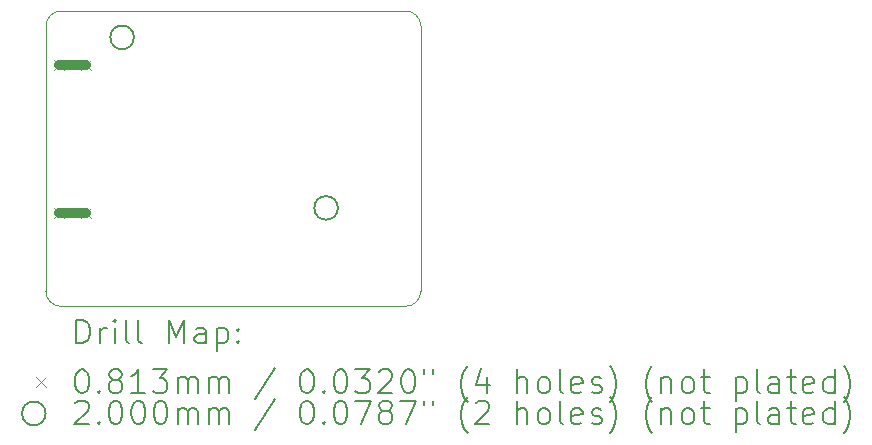
<source format=gbr>
%TF.GenerationSoftware,KiCad,Pcbnew,8.0.0*%
%TF.CreationDate,2024-03-08T14:11:51-06:00*%
%TF.ProjectId,led_dog_collar,6c65645f-646f-4675-9f63-6f6c6c61722e,rev?*%
%TF.SameCoordinates,Original*%
%TF.FileFunction,Drillmap*%
%TF.FilePolarity,Positive*%
%FSLAX45Y45*%
G04 Gerber Fmt 4.5, Leading zero omitted, Abs format (unit mm)*
G04 Created by KiCad (PCBNEW 8.0.0) date 2024-03-08 14:11:51*
%MOMM*%
%LPD*%
G01*
G04 APERTURE LIST*
%ADD10C,0.050000*%
%ADD11C,0.812800*%
%ADD12C,0.200000*%
%ADD13C,0.100000*%
G04 APERTURE END LIST*
D10*
X20828423Y-5046000D02*
X17908330Y-5046423D01*
X20954972Y-7419423D02*
X20955423Y-5172362D01*
X17908577Y-7545972D02*
X20828610Y-7546423D01*
X17781969Y-5173423D02*
X17781577Y-7419610D01*
X17781969Y-5173423D02*
G75*
G02*
X17908330Y-5046423I127002J0D01*
G01*
X17908577Y-7545972D02*
G75*
G02*
X17781577Y-7419610I0J127002D01*
G01*
X20954972Y-7419423D02*
G75*
G02*
X20828610Y-7546423I-127002J0D01*
G01*
X20828423Y-5046000D02*
G75*
G02*
X20955423Y-5172362I0J-127002D01*
G01*
D11*
X17894300Y-5503860D02*
X18122900Y-5503860D01*
X17894300Y-6753860D02*
X18122900Y-6753860D01*
D12*
D13*
X17853660Y-5463220D02*
X17934940Y-5544500D01*
X17934940Y-5463220D02*
X17853660Y-5544500D01*
X17853660Y-6713220D02*
X17934940Y-6794500D01*
X17934940Y-6713220D02*
X17853660Y-6794500D01*
X18082260Y-5463220D02*
X18163540Y-5544500D01*
X18163540Y-5463220D02*
X18082260Y-5544500D01*
X18082260Y-6713220D02*
X18163540Y-6794500D01*
X18163540Y-6713220D02*
X18082260Y-6794500D01*
D12*
X18527000Y-5269000D02*
G75*
G02*
X18327000Y-5269000I-100000J0D01*
G01*
X18327000Y-5269000D02*
G75*
G02*
X18527000Y-5269000I100000J0D01*
G01*
X20254000Y-6713000D02*
G75*
G02*
X20054000Y-6713000I-100000J0D01*
G01*
X20054000Y-6713000D02*
G75*
G02*
X20254000Y-6713000I100000J0D01*
G01*
X18039854Y-7860407D02*
X18039854Y-7660407D01*
X18039854Y-7660407D02*
X18087473Y-7660407D01*
X18087473Y-7660407D02*
X18116044Y-7669930D01*
X18116044Y-7669930D02*
X18135092Y-7688978D01*
X18135092Y-7688978D02*
X18144616Y-7708026D01*
X18144616Y-7708026D02*
X18154140Y-7746121D01*
X18154140Y-7746121D02*
X18154140Y-7774692D01*
X18154140Y-7774692D02*
X18144616Y-7812788D01*
X18144616Y-7812788D02*
X18135092Y-7831835D01*
X18135092Y-7831835D02*
X18116044Y-7850883D01*
X18116044Y-7850883D02*
X18087473Y-7860407D01*
X18087473Y-7860407D02*
X18039854Y-7860407D01*
X18239854Y-7860407D02*
X18239854Y-7727073D01*
X18239854Y-7765169D02*
X18249378Y-7746121D01*
X18249378Y-7746121D02*
X18258902Y-7736597D01*
X18258902Y-7736597D02*
X18277949Y-7727073D01*
X18277949Y-7727073D02*
X18296997Y-7727073D01*
X18363663Y-7860407D02*
X18363663Y-7727073D01*
X18363663Y-7660407D02*
X18354140Y-7669930D01*
X18354140Y-7669930D02*
X18363663Y-7679454D01*
X18363663Y-7679454D02*
X18373187Y-7669930D01*
X18373187Y-7669930D02*
X18363663Y-7660407D01*
X18363663Y-7660407D02*
X18363663Y-7679454D01*
X18487473Y-7860407D02*
X18468425Y-7850883D01*
X18468425Y-7850883D02*
X18458902Y-7831835D01*
X18458902Y-7831835D02*
X18458902Y-7660407D01*
X18592235Y-7860407D02*
X18573187Y-7850883D01*
X18573187Y-7850883D02*
X18563663Y-7831835D01*
X18563663Y-7831835D02*
X18563663Y-7660407D01*
X18820806Y-7860407D02*
X18820806Y-7660407D01*
X18820806Y-7660407D02*
X18887473Y-7803264D01*
X18887473Y-7803264D02*
X18954140Y-7660407D01*
X18954140Y-7660407D02*
X18954140Y-7860407D01*
X19135092Y-7860407D02*
X19135092Y-7755645D01*
X19135092Y-7755645D02*
X19125568Y-7736597D01*
X19125568Y-7736597D02*
X19106521Y-7727073D01*
X19106521Y-7727073D02*
X19068425Y-7727073D01*
X19068425Y-7727073D02*
X19049378Y-7736597D01*
X19135092Y-7850883D02*
X19116044Y-7860407D01*
X19116044Y-7860407D02*
X19068425Y-7860407D01*
X19068425Y-7860407D02*
X19049378Y-7850883D01*
X19049378Y-7850883D02*
X19039854Y-7831835D01*
X19039854Y-7831835D02*
X19039854Y-7812788D01*
X19039854Y-7812788D02*
X19049378Y-7793740D01*
X19049378Y-7793740D02*
X19068425Y-7784216D01*
X19068425Y-7784216D02*
X19116044Y-7784216D01*
X19116044Y-7784216D02*
X19135092Y-7774692D01*
X19230330Y-7727073D02*
X19230330Y-7927073D01*
X19230330Y-7736597D02*
X19249378Y-7727073D01*
X19249378Y-7727073D02*
X19287473Y-7727073D01*
X19287473Y-7727073D02*
X19306521Y-7736597D01*
X19306521Y-7736597D02*
X19316044Y-7746121D01*
X19316044Y-7746121D02*
X19325568Y-7765169D01*
X19325568Y-7765169D02*
X19325568Y-7822311D01*
X19325568Y-7822311D02*
X19316044Y-7841359D01*
X19316044Y-7841359D02*
X19306521Y-7850883D01*
X19306521Y-7850883D02*
X19287473Y-7860407D01*
X19287473Y-7860407D02*
X19249378Y-7860407D01*
X19249378Y-7860407D02*
X19230330Y-7850883D01*
X19411283Y-7841359D02*
X19420806Y-7850883D01*
X19420806Y-7850883D02*
X19411283Y-7860407D01*
X19411283Y-7860407D02*
X19401759Y-7850883D01*
X19401759Y-7850883D02*
X19411283Y-7841359D01*
X19411283Y-7841359D02*
X19411283Y-7860407D01*
X19411283Y-7736597D02*
X19420806Y-7746121D01*
X19420806Y-7746121D02*
X19411283Y-7755645D01*
X19411283Y-7755645D02*
X19401759Y-7746121D01*
X19401759Y-7746121D02*
X19411283Y-7736597D01*
X19411283Y-7736597D02*
X19411283Y-7755645D01*
D13*
X17697797Y-8148283D02*
X17779077Y-8229563D01*
X17779077Y-8148283D02*
X17697797Y-8229563D01*
D12*
X18077949Y-8080407D02*
X18096997Y-8080407D01*
X18096997Y-8080407D02*
X18116044Y-8089930D01*
X18116044Y-8089930D02*
X18125568Y-8099454D01*
X18125568Y-8099454D02*
X18135092Y-8118502D01*
X18135092Y-8118502D02*
X18144616Y-8156597D01*
X18144616Y-8156597D02*
X18144616Y-8204216D01*
X18144616Y-8204216D02*
X18135092Y-8242311D01*
X18135092Y-8242311D02*
X18125568Y-8261359D01*
X18125568Y-8261359D02*
X18116044Y-8270883D01*
X18116044Y-8270883D02*
X18096997Y-8280407D01*
X18096997Y-8280407D02*
X18077949Y-8280407D01*
X18077949Y-8280407D02*
X18058902Y-8270883D01*
X18058902Y-8270883D02*
X18049378Y-8261359D01*
X18049378Y-8261359D02*
X18039854Y-8242311D01*
X18039854Y-8242311D02*
X18030330Y-8204216D01*
X18030330Y-8204216D02*
X18030330Y-8156597D01*
X18030330Y-8156597D02*
X18039854Y-8118502D01*
X18039854Y-8118502D02*
X18049378Y-8099454D01*
X18049378Y-8099454D02*
X18058902Y-8089930D01*
X18058902Y-8089930D02*
X18077949Y-8080407D01*
X18230330Y-8261359D02*
X18239854Y-8270883D01*
X18239854Y-8270883D02*
X18230330Y-8280407D01*
X18230330Y-8280407D02*
X18220806Y-8270883D01*
X18220806Y-8270883D02*
X18230330Y-8261359D01*
X18230330Y-8261359D02*
X18230330Y-8280407D01*
X18354140Y-8166121D02*
X18335092Y-8156597D01*
X18335092Y-8156597D02*
X18325568Y-8147073D01*
X18325568Y-8147073D02*
X18316044Y-8128026D01*
X18316044Y-8128026D02*
X18316044Y-8118502D01*
X18316044Y-8118502D02*
X18325568Y-8099454D01*
X18325568Y-8099454D02*
X18335092Y-8089930D01*
X18335092Y-8089930D02*
X18354140Y-8080407D01*
X18354140Y-8080407D02*
X18392235Y-8080407D01*
X18392235Y-8080407D02*
X18411283Y-8089930D01*
X18411283Y-8089930D02*
X18420806Y-8099454D01*
X18420806Y-8099454D02*
X18430330Y-8118502D01*
X18430330Y-8118502D02*
X18430330Y-8128026D01*
X18430330Y-8128026D02*
X18420806Y-8147073D01*
X18420806Y-8147073D02*
X18411283Y-8156597D01*
X18411283Y-8156597D02*
X18392235Y-8166121D01*
X18392235Y-8166121D02*
X18354140Y-8166121D01*
X18354140Y-8166121D02*
X18335092Y-8175645D01*
X18335092Y-8175645D02*
X18325568Y-8185169D01*
X18325568Y-8185169D02*
X18316044Y-8204216D01*
X18316044Y-8204216D02*
X18316044Y-8242311D01*
X18316044Y-8242311D02*
X18325568Y-8261359D01*
X18325568Y-8261359D02*
X18335092Y-8270883D01*
X18335092Y-8270883D02*
X18354140Y-8280407D01*
X18354140Y-8280407D02*
X18392235Y-8280407D01*
X18392235Y-8280407D02*
X18411283Y-8270883D01*
X18411283Y-8270883D02*
X18420806Y-8261359D01*
X18420806Y-8261359D02*
X18430330Y-8242311D01*
X18430330Y-8242311D02*
X18430330Y-8204216D01*
X18430330Y-8204216D02*
X18420806Y-8185169D01*
X18420806Y-8185169D02*
X18411283Y-8175645D01*
X18411283Y-8175645D02*
X18392235Y-8166121D01*
X18620806Y-8280407D02*
X18506521Y-8280407D01*
X18563663Y-8280407D02*
X18563663Y-8080407D01*
X18563663Y-8080407D02*
X18544616Y-8108978D01*
X18544616Y-8108978D02*
X18525568Y-8128026D01*
X18525568Y-8128026D02*
X18506521Y-8137549D01*
X18687473Y-8080407D02*
X18811283Y-8080407D01*
X18811283Y-8080407D02*
X18744616Y-8156597D01*
X18744616Y-8156597D02*
X18773187Y-8156597D01*
X18773187Y-8156597D02*
X18792235Y-8166121D01*
X18792235Y-8166121D02*
X18801759Y-8175645D01*
X18801759Y-8175645D02*
X18811283Y-8194692D01*
X18811283Y-8194692D02*
X18811283Y-8242311D01*
X18811283Y-8242311D02*
X18801759Y-8261359D01*
X18801759Y-8261359D02*
X18792235Y-8270883D01*
X18792235Y-8270883D02*
X18773187Y-8280407D01*
X18773187Y-8280407D02*
X18716044Y-8280407D01*
X18716044Y-8280407D02*
X18696997Y-8270883D01*
X18696997Y-8270883D02*
X18687473Y-8261359D01*
X18896997Y-8280407D02*
X18896997Y-8147073D01*
X18896997Y-8166121D02*
X18906521Y-8156597D01*
X18906521Y-8156597D02*
X18925568Y-8147073D01*
X18925568Y-8147073D02*
X18954140Y-8147073D01*
X18954140Y-8147073D02*
X18973187Y-8156597D01*
X18973187Y-8156597D02*
X18982711Y-8175645D01*
X18982711Y-8175645D02*
X18982711Y-8280407D01*
X18982711Y-8175645D02*
X18992235Y-8156597D01*
X18992235Y-8156597D02*
X19011283Y-8147073D01*
X19011283Y-8147073D02*
X19039854Y-8147073D01*
X19039854Y-8147073D02*
X19058902Y-8156597D01*
X19058902Y-8156597D02*
X19068425Y-8175645D01*
X19068425Y-8175645D02*
X19068425Y-8280407D01*
X19163664Y-8280407D02*
X19163664Y-8147073D01*
X19163664Y-8166121D02*
X19173187Y-8156597D01*
X19173187Y-8156597D02*
X19192235Y-8147073D01*
X19192235Y-8147073D02*
X19220806Y-8147073D01*
X19220806Y-8147073D02*
X19239854Y-8156597D01*
X19239854Y-8156597D02*
X19249378Y-8175645D01*
X19249378Y-8175645D02*
X19249378Y-8280407D01*
X19249378Y-8175645D02*
X19258902Y-8156597D01*
X19258902Y-8156597D02*
X19277949Y-8147073D01*
X19277949Y-8147073D02*
X19306521Y-8147073D01*
X19306521Y-8147073D02*
X19325568Y-8156597D01*
X19325568Y-8156597D02*
X19335092Y-8175645D01*
X19335092Y-8175645D02*
X19335092Y-8280407D01*
X19725568Y-8070883D02*
X19554140Y-8328026D01*
X19982711Y-8080407D02*
X20001759Y-8080407D01*
X20001759Y-8080407D02*
X20020807Y-8089930D01*
X20020807Y-8089930D02*
X20030330Y-8099454D01*
X20030330Y-8099454D02*
X20039854Y-8118502D01*
X20039854Y-8118502D02*
X20049378Y-8156597D01*
X20049378Y-8156597D02*
X20049378Y-8204216D01*
X20049378Y-8204216D02*
X20039854Y-8242311D01*
X20039854Y-8242311D02*
X20030330Y-8261359D01*
X20030330Y-8261359D02*
X20020807Y-8270883D01*
X20020807Y-8270883D02*
X20001759Y-8280407D01*
X20001759Y-8280407D02*
X19982711Y-8280407D01*
X19982711Y-8280407D02*
X19963664Y-8270883D01*
X19963664Y-8270883D02*
X19954140Y-8261359D01*
X19954140Y-8261359D02*
X19944616Y-8242311D01*
X19944616Y-8242311D02*
X19935092Y-8204216D01*
X19935092Y-8204216D02*
X19935092Y-8156597D01*
X19935092Y-8156597D02*
X19944616Y-8118502D01*
X19944616Y-8118502D02*
X19954140Y-8099454D01*
X19954140Y-8099454D02*
X19963664Y-8089930D01*
X19963664Y-8089930D02*
X19982711Y-8080407D01*
X20135092Y-8261359D02*
X20144616Y-8270883D01*
X20144616Y-8270883D02*
X20135092Y-8280407D01*
X20135092Y-8280407D02*
X20125568Y-8270883D01*
X20125568Y-8270883D02*
X20135092Y-8261359D01*
X20135092Y-8261359D02*
X20135092Y-8280407D01*
X20268426Y-8080407D02*
X20287473Y-8080407D01*
X20287473Y-8080407D02*
X20306521Y-8089930D01*
X20306521Y-8089930D02*
X20316045Y-8099454D01*
X20316045Y-8099454D02*
X20325568Y-8118502D01*
X20325568Y-8118502D02*
X20335092Y-8156597D01*
X20335092Y-8156597D02*
X20335092Y-8204216D01*
X20335092Y-8204216D02*
X20325568Y-8242311D01*
X20325568Y-8242311D02*
X20316045Y-8261359D01*
X20316045Y-8261359D02*
X20306521Y-8270883D01*
X20306521Y-8270883D02*
X20287473Y-8280407D01*
X20287473Y-8280407D02*
X20268426Y-8280407D01*
X20268426Y-8280407D02*
X20249378Y-8270883D01*
X20249378Y-8270883D02*
X20239854Y-8261359D01*
X20239854Y-8261359D02*
X20230330Y-8242311D01*
X20230330Y-8242311D02*
X20220807Y-8204216D01*
X20220807Y-8204216D02*
X20220807Y-8156597D01*
X20220807Y-8156597D02*
X20230330Y-8118502D01*
X20230330Y-8118502D02*
X20239854Y-8099454D01*
X20239854Y-8099454D02*
X20249378Y-8089930D01*
X20249378Y-8089930D02*
X20268426Y-8080407D01*
X20401759Y-8080407D02*
X20525568Y-8080407D01*
X20525568Y-8080407D02*
X20458902Y-8156597D01*
X20458902Y-8156597D02*
X20487473Y-8156597D01*
X20487473Y-8156597D02*
X20506521Y-8166121D01*
X20506521Y-8166121D02*
X20516045Y-8175645D01*
X20516045Y-8175645D02*
X20525568Y-8194692D01*
X20525568Y-8194692D02*
X20525568Y-8242311D01*
X20525568Y-8242311D02*
X20516045Y-8261359D01*
X20516045Y-8261359D02*
X20506521Y-8270883D01*
X20506521Y-8270883D02*
X20487473Y-8280407D01*
X20487473Y-8280407D02*
X20430330Y-8280407D01*
X20430330Y-8280407D02*
X20411283Y-8270883D01*
X20411283Y-8270883D02*
X20401759Y-8261359D01*
X20601759Y-8099454D02*
X20611283Y-8089930D01*
X20611283Y-8089930D02*
X20630330Y-8080407D01*
X20630330Y-8080407D02*
X20677949Y-8080407D01*
X20677949Y-8080407D02*
X20696997Y-8089930D01*
X20696997Y-8089930D02*
X20706521Y-8099454D01*
X20706521Y-8099454D02*
X20716045Y-8118502D01*
X20716045Y-8118502D02*
X20716045Y-8137549D01*
X20716045Y-8137549D02*
X20706521Y-8166121D01*
X20706521Y-8166121D02*
X20592235Y-8280407D01*
X20592235Y-8280407D02*
X20716045Y-8280407D01*
X20839854Y-8080407D02*
X20858902Y-8080407D01*
X20858902Y-8080407D02*
X20877949Y-8089930D01*
X20877949Y-8089930D02*
X20887473Y-8099454D01*
X20887473Y-8099454D02*
X20896997Y-8118502D01*
X20896997Y-8118502D02*
X20906521Y-8156597D01*
X20906521Y-8156597D02*
X20906521Y-8204216D01*
X20906521Y-8204216D02*
X20896997Y-8242311D01*
X20896997Y-8242311D02*
X20887473Y-8261359D01*
X20887473Y-8261359D02*
X20877949Y-8270883D01*
X20877949Y-8270883D02*
X20858902Y-8280407D01*
X20858902Y-8280407D02*
X20839854Y-8280407D01*
X20839854Y-8280407D02*
X20820807Y-8270883D01*
X20820807Y-8270883D02*
X20811283Y-8261359D01*
X20811283Y-8261359D02*
X20801759Y-8242311D01*
X20801759Y-8242311D02*
X20792235Y-8204216D01*
X20792235Y-8204216D02*
X20792235Y-8156597D01*
X20792235Y-8156597D02*
X20801759Y-8118502D01*
X20801759Y-8118502D02*
X20811283Y-8099454D01*
X20811283Y-8099454D02*
X20820807Y-8089930D01*
X20820807Y-8089930D02*
X20839854Y-8080407D01*
X20982711Y-8080407D02*
X20982711Y-8118502D01*
X21058902Y-8080407D02*
X21058902Y-8118502D01*
X21354140Y-8356597D02*
X21344616Y-8347073D01*
X21344616Y-8347073D02*
X21325569Y-8318502D01*
X21325569Y-8318502D02*
X21316045Y-8299454D01*
X21316045Y-8299454D02*
X21306521Y-8270883D01*
X21306521Y-8270883D02*
X21296997Y-8223264D01*
X21296997Y-8223264D02*
X21296997Y-8185169D01*
X21296997Y-8185169D02*
X21306521Y-8137549D01*
X21306521Y-8137549D02*
X21316045Y-8108978D01*
X21316045Y-8108978D02*
X21325569Y-8089930D01*
X21325569Y-8089930D02*
X21344616Y-8061359D01*
X21344616Y-8061359D02*
X21354140Y-8051835D01*
X21516045Y-8147073D02*
X21516045Y-8280407D01*
X21468426Y-8070883D02*
X21420807Y-8213740D01*
X21420807Y-8213740D02*
X21544616Y-8213740D01*
X21773188Y-8280407D02*
X21773188Y-8080407D01*
X21858902Y-8280407D02*
X21858902Y-8175645D01*
X21858902Y-8175645D02*
X21849378Y-8156597D01*
X21849378Y-8156597D02*
X21830331Y-8147073D01*
X21830331Y-8147073D02*
X21801759Y-8147073D01*
X21801759Y-8147073D02*
X21782711Y-8156597D01*
X21782711Y-8156597D02*
X21773188Y-8166121D01*
X21982711Y-8280407D02*
X21963664Y-8270883D01*
X21963664Y-8270883D02*
X21954140Y-8261359D01*
X21954140Y-8261359D02*
X21944616Y-8242311D01*
X21944616Y-8242311D02*
X21944616Y-8185169D01*
X21944616Y-8185169D02*
X21954140Y-8166121D01*
X21954140Y-8166121D02*
X21963664Y-8156597D01*
X21963664Y-8156597D02*
X21982711Y-8147073D01*
X21982711Y-8147073D02*
X22011283Y-8147073D01*
X22011283Y-8147073D02*
X22030331Y-8156597D01*
X22030331Y-8156597D02*
X22039854Y-8166121D01*
X22039854Y-8166121D02*
X22049378Y-8185169D01*
X22049378Y-8185169D02*
X22049378Y-8242311D01*
X22049378Y-8242311D02*
X22039854Y-8261359D01*
X22039854Y-8261359D02*
X22030331Y-8270883D01*
X22030331Y-8270883D02*
X22011283Y-8280407D01*
X22011283Y-8280407D02*
X21982711Y-8280407D01*
X22163664Y-8280407D02*
X22144616Y-8270883D01*
X22144616Y-8270883D02*
X22135092Y-8251835D01*
X22135092Y-8251835D02*
X22135092Y-8080407D01*
X22316045Y-8270883D02*
X22296997Y-8280407D01*
X22296997Y-8280407D02*
X22258902Y-8280407D01*
X22258902Y-8280407D02*
X22239854Y-8270883D01*
X22239854Y-8270883D02*
X22230331Y-8251835D01*
X22230331Y-8251835D02*
X22230331Y-8175645D01*
X22230331Y-8175645D02*
X22239854Y-8156597D01*
X22239854Y-8156597D02*
X22258902Y-8147073D01*
X22258902Y-8147073D02*
X22296997Y-8147073D01*
X22296997Y-8147073D02*
X22316045Y-8156597D01*
X22316045Y-8156597D02*
X22325569Y-8175645D01*
X22325569Y-8175645D02*
X22325569Y-8194692D01*
X22325569Y-8194692D02*
X22230331Y-8213740D01*
X22401759Y-8270883D02*
X22420807Y-8280407D01*
X22420807Y-8280407D02*
X22458902Y-8280407D01*
X22458902Y-8280407D02*
X22477950Y-8270883D01*
X22477950Y-8270883D02*
X22487473Y-8251835D01*
X22487473Y-8251835D02*
X22487473Y-8242311D01*
X22487473Y-8242311D02*
X22477950Y-8223264D01*
X22477950Y-8223264D02*
X22458902Y-8213740D01*
X22458902Y-8213740D02*
X22430330Y-8213740D01*
X22430330Y-8213740D02*
X22411283Y-8204216D01*
X22411283Y-8204216D02*
X22401759Y-8185169D01*
X22401759Y-8185169D02*
X22401759Y-8175645D01*
X22401759Y-8175645D02*
X22411283Y-8156597D01*
X22411283Y-8156597D02*
X22430330Y-8147073D01*
X22430330Y-8147073D02*
X22458902Y-8147073D01*
X22458902Y-8147073D02*
X22477950Y-8156597D01*
X22554140Y-8356597D02*
X22563664Y-8347073D01*
X22563664Y-8347073D02*
X22582711Y-8318502D01*
X22582711Y-8318502D02*
X22592235Y-8299454D01*
X22592235Y-8299454D02*
X22601759Y-8270883D01*
X22601759Y-8270883D02*
X22611283Y-8223264D01*
X22611283Y-8223264D02*
X22611283Y-8185169D01*
X22611283Y-8185169D02*
X22601759Y-8137549D01*
X22601759Y-8137549D02*
X22592235Y-8108978D01*
X22592235Y-8108978D02*
X22582711Y-8089930D01*
X22582711Y-8089930D02*
X22563664Y-8061359D01*
X22563664Y-8061359D02*
X22554140Y-8051835D01*
X22916045Y-8356597D02*
X22906521Y-8347073D01*
X22906521Y-8347073D02*
X22887473Y-8318502D01*
X22887473Y-8318502D02*
X22877950Y-8299454D01*
X22877950Y-8299454D02*
X22868426Y-8270883D01*
X22868426Y-8270883D02*
X22858902Y-8223264D01*
X22858902Y-8223264D02*
X22858902Y-8185169D01*
X22858902Y-8185169D02*
X22868426Y-8137549D01*
X22868426Y-8137549D02*
X22877950Y-8108978D01*
X22877950Y-8108978D02*
X22887473Y-8089930D01*
X22887473Y-8089930D02*
X22906521Y-8061359D01*
X22906521Y-8061359D02*
X22916045Y-8051835D01*
X22992235Y-8147073D02*
X22992235Y-8280407D01*
X22992235Y-8166121D02*
X23001759Y-8156597D01*
X23001759Y-8156597D02*
X23020807Y-8147073D01*
X23020807Y-8147073D02*
X23049378Y-8147073D01*
X23049378Y-8147073D02*
X23068426Y-8156597D01*
X23068426Y-8156597D02*
X23077950Y-8175645D01*
X23077950Y-8175645D02*
X23077950Y-8280407D01*
X23201759Y-8280407D02*
X23182711Y-8270883D01*
X23182711Y-8270883D02*
X23173188Y-8261359D01*
X23173188Y-8261359D02*
X23163664Y-8242311D01*
X23163664Y-8242311D02*
X23163664Y-8185169D01*
X23163664Y-8185169D02*
X23173188Y-8166121D01*
X23173188Y-8166121D02*
X23182711Y-8156597D01*
X23182711Y-8156597D02*
X23201759Y-8147073D01*
X23201759Y-8147073D02*
X23230331Y-8147073D01*
X23230331Y-8147073D02*
X23249378Y-8156597D01*
X23249378Y-8156597D02*
X23258902Y-8166121D01*
X23258902Y-8166121D02*
X23268426Y-8185169D01*
X23268426Y-8185169D02*
X23268426Y-8242311D01*
X23268426Y-8242311D02*
X23258902Y-8261359D01*
X23258902Y-8261359D02*
X23249378Y-8270883D01*
X23249378Y-8270883D02*
X23230331Y-8280407D01*
X23230331Y-8280407D02*
X23201759Y-8280407D01*
X23325569Y-8147073D02*
X23401759Y-8147073D01*
X23354140Y-8080407D02*
X23354140Y-8251835D01*
X23354140Y-8251835D02*
X23363664Y-8270883D01*
X23363664Y-8270883D02*
X23382711Y-8280407D01*
X23382711Y-8280407D02*
X23401759Y-8280407D01*
X23620807Y-8147073D02*
X23620807Y-8347073D01*
X23620807Y-8156597D02*
X23639854Y-8147073D01*
X23639854Y-8147073D02*
X23677950Y-8147073D01*
X23677950Y-8147073D02*
X23696997Y-8156597D01*
X23696997Y-8156597D02*
X23706521Y-8166121D01*
X23706521Y-8166121D02*
X23716045Y-8185169D01*
X23716045Y-8185169D02*
X23716045Y-8242311D01*
X23716045Y-8242311D02*
X23706521Y-8261359D01*
X23706521Y-8261359D02*
X23696997Y-8270883D01*
X23696997Y-8270883D02*
X23677950Y-8280407D01*
X23677950Y-8280407D02*
X23639854Y-8280407D01*
X23639854Y-8280407D02*
X23620807Y-8270883D01*
X23830331Y-8280407D02*
X23811283Y-8270883D01*
X23811283Y-8270883D02*
X23801759Y-8251835D01*
X23801759Y-8251835D02*
X23801759Y-8080407D01*
X23992235Y-8280407D02*
X23992235Y-8175645D01*
X23992235Y-8175645D02*
X23982712Y-8156597D01*
X23982712Y-8156597D02*
X23963664Y-8147073D01*
X23963664Y-8147073D02*
X23925569Y-8147073D01*
X23925569Y-8147073D02*
X23906521Y-8156597D01*
X23992235Y-8270883D02*
X23973188Y-8280407D01*
X23973188Y-8280407D02*
X23925569Y-8280407D01*
X23925569Y-8280407D02*
X23906521Y-8270883D01*
X23906521Y-8270883D02*
X23896997Y-8251835D01*
X23896997Y-8251835D02*
X23896997Y-8232788D01*
X23896997Y-8232788D02*
X23906521Y-8213740D01*
X23906521Y-8213740D02*
X23925569Y-8204216D01*
X23925569Y-8204216D02*
X23973188Y-8204216D01*
X23973188Y-8204216D02*
X23992235Y-8194692D01*
X24058902Y-8147073D02*
X24135092Y-8147073D01*
X24087473Y-8080407D02*
X24087473Y-8251835D01*
X24087473Y-8251835D02*
X24096997Y-8270883D01*
X24096997Y-8270883D02*
X24116045Y-8280407D01*
X24116045Y-8280407D02*
X24135092Y-8280407D01*
X24277950Y-8270883D02*
X24258902Y-8280407D01*
X24258902Y-8280407D02*
X24220807Y-8280407D01*
X24220807Y-8280407D02*
X24201759Y-8270883D01*
X24201759Y-8270883D02*
X24192235Y-8251835D01*
X24192235Y-8251835D02*
X24192235Y-8175645D01*
X24192235Y-8175645D02*
X24201759Y-8156597D01*
X24201759Y-8156597D02*
X24220807Y-8147073D01*
X24220807Y-8147073D02*
X24258902Y-8147073D01*
X24258902Y-8147073D02*
X24277950Y-8156597D01*
X24277950Y-8156597D02*
X24287473Y-8175645D01*
X24287473Y-8175645D02*
X24287473Y-8194692D01*
X24287473Y-8194692D02*
X24192235Y-8213740D01*
X24458902Y-8280407D02*
X24458902Y-8080407D01*
X24458902Y-8270883D02*
X24439854Y-8280407D01*
X24439854Y-8280407D02*
X24401759Y-8280407D01*
X24401759Y-8280407D02*
X24382712Y-8270883D01*
X24382712Y-8270883D02*
X24373188Y-8261359D01*
X24373188Y-8261359D02*
X24363664Y-8242311D01*
X24363664Y-8242311D02*
X24363664Y-8185169D01*
X24363664Y-8185169D02*
X24373188Y-8166121D01*
X24373188Y-8166121D02*
X24382712Y-8156597D01*
X24382712Y-8156597D02*
X24401759Y-8147073D01*
X24401759Y-8147073D02*
X24439854Y-8147073D01*
X24439854Y-8147073D02*
X24458902Y-8156597D01*
X24535093Y-8356597D02*
X24544616Y-8347073D01*
X24544616Y-8347073D02*
X24563664Y-8318502D01*
X24563664Y-8318502D02*
X24573188Y-8299454D01*
X24573188Y-8299454D02*
X24582712Y-8270883D01*
X24582712Y-8270883D02*
X24592235Y-8223264D01*
X24592235Y-8223264D02*
X24592235Y-8185169D01*
X24592235Y-8185169D02*
X24582712Y-8137549D01*
X24582712Y-8137549D02*
X24573188Y-8108978D01*
X24573188Y-8108978D02*
X24563664Y-8089930D01*
X24563664Y-8089930D02*
X24544616Y-8061359D01*
X24544616Y-8061359D02*
X24535093Y-8051835D01*
X17779077Y-8452923D02*
G75*
G02*
X17579077Y-8452923I-100000J0D01*
G01*
X17579077Y-8452923D02*
G75*
G02*
X17779077Y-8452923I100000J0D01*
G01*
X18030330Y-8363454D02*
X18039854Y-8353930D01*
X18039854Y-8353930D02*
X18058902Y-8344407D01*
X18058902Y-8344407D02*
X18106521Y-8344407D01*
X18106521Y-8344407D02*
X18125568Y-8353930D01*
X18125568Y-8353930D02*
X18135092Y-8363454D01*
X18135092Y-8363454D02*
X18144616Y-8382502D01*
X18144616Y-8382502D02*
X18144616Y-8401550D01*
X18144616Y-8401550D02*
X18135092Y-8430121D01*
X18135092Y-8430121D02*
X18020806Y-8544407D01*
X18020806Y-8544407D02*
X18144616Y-8544407D01*
X18230330Y-8525359D02*
X18239854Y-8534883D01*
X18239854Y-8534883D02*
X18230330Y-8544407D01*
X18230330Y-8544407D02*
X18220806Y-8534883D01*
X18220806Y-8534883D02*
X18230330Y-8525359D01*
X18230330Y-8525359D02*
X18230330Y-8544407D01*
X18363663Y-8344407D02*
X18382711Y-8344407D01*
X18382711Y-8344407D02*
X18401759Y-8353930D01*
X18401759Y-8353930D02*
X18411283Y-8363454D01*
X18411283Y-8363454D02*
X18420806Y-8382502D01*
X18420806Y-8382502D02*
X18430330Y-8420597D01*
X18430330Y-8420597D02*
X18430330Y-8468216D01*
X18430330Y-8468216D02*
X18420806Y-8506311D01*
X18420806Y-8506311D02*
X18411283Y-8525359D01*
X18411283Y-8525359D02*
X18401759Y-8534883D01*
X18401759Y-8534883D02*
X18382711Y-8544407D01*
X18382711Y-8544407D02*
X18363663Y-8544407D01*
X18363663Y-8544407D02*
X18344616Y-8534883D01*
X18344616Y-8534883D02*
X18335092Y-8525359D01*
X18335092Y-8525359D02*
X18325568Y-8506311D01*
X18325568Y-8506311D02*
X18316044Y-8468216D01*
X18316044Y-8468216D02*
X18316044Y-8420597D01*
X18316044Y-8420597D02*
X18325568Y-8382502D01*
X18325568Y-8382502D02*
X18335092Y-8363454D01*
X18335092Y-8363454D02*
X18344616Y-8353930D01*
X18344616Y-8353930D02*
X18363663Y-8344407D01*
X18554140Y-8344407D02*
X18573187Y-8344407D01*
X18573187Y-8344407D02*
X18592235Y-8353930D01*
X18592235Y-8353930D02*
X18601759Y-8363454D01*
X18601759Y-8363454D02*
X18611283Y-8382502D01*
X18611283Y-8382502D02*
X18620806Y-8420597D01*
X18620806Y-8420597D02*
X18620806Y-8468216D01*
X18620806Y-8468216D02*
X18611283Y-8506311D01*
X18611283Y-8506311D02*
X18601759Y-8525359D01*
X18601759Y-8525359D02*
X18592235Y-8534883D01*
X18592235Y-8534883D02*
X18573187Y-8544407D01*
X18573187Y-8544407D02*
X18554140Y-8544407D01*
X18554140Y-8544407D02*
X18535092Y-8534883D01*
X18535092Y-8534883D02*
X18525568Y-8525359D01*
X18525568Y-8525359D02*
X18516044Y-8506311D01*
X18516044Y-8506311D02*
X18506521Y-8468216D01*
X18506521Y-8468216D02*
X18506521Y-8420597D01*
X18506521Y-8420597D02*
X18516044Y-8382502D01*
X18516044Y-8382502D02*
X18525568Y-8363454D01*
X18525568Y-8363454D02*
X18535092Y-8353930D01*
X18535092Y-8353930D02*
X18554140Y-8344407D01*
X18744616Y-8344407D02*
X18763664Y-8344407D01*
X18763664Y-8344407D02*
X18782711Y-8353930D01*
X18782711Y-8353930D02*
X18792235Y-8363454D01*
X18792235Y-8363454D02*
X18801759Y-8382502D01*
X18801759Y-8382502D02*
X18811283Y-8420597D01*
X18811283Y-8420597D02*
X18811283Y-8468216D01*
X18811283Y-8468216D02*
X18801759Y-8506311D01*
X18801759Y-8506311D02*
X18792235Y-8525359D01*
X18792235Y-8525359D02*
X18782711Y-8534883D01*
X18782711Y-8534883D02*
X18763664Y-8544407D01*
X18763664Y-8544407D02*
X18744616Y-8544407D01*
X18744616Y-8544407D02*
X18725568Y-8534883D01*
X18725568Y-8534883D02*
X18716044Y-8525359D01*
X18716044Y-8525359D02*
X18706521Y-8506311D01*
X18706521Y-8506311D02*
X18696997Y-8468216D01*
X18696997Y-8468216D02*
X18696997Y-8420597D01*
X18696997Y-8420597D02*
X18706521Y-8382502D01*
X18706521Y-8382502D02*
X18716044Y-8363454D01*
X18716044Y-8363454D02*
X18725568Y-8353930D01*
X18725568Y-8353930D02*
X18744616Y-8344407D01*
X18896997Y-8544407D02*
X18896997Y-8411073D01*
X18896997Y-8430121D02*
X18906521Y-8420597D01*
X18906521Y-8420597D02*
X18925568Y-8411073D01*
X18925568Y-8411073D02*
X18954140Y-8411073D01*
X18954140Y-8411073D02*
X18973187Y-8420597D01*
X18973187Y-8420597D02*
X18982711Y-8439645D01*
X18982711Y-8439645D02*
X18982711Y-8544407D01*
X18982711Y-8439645D02*
X18992235Y-8420597D01*
X18992235Y-8420597D02*
X19011283Y-8411073D01*
X19011283Y-8411073D02*
X19039854Y-8411073D01*
X19039854Y-8411073D02*
X19058902Y-8420597D01*
X19058902Y-8420597D02*
X19068425Y-8439645D01*
X19068425Y-8439645D02*
X19068425Y-8544407D01*
X19163664Y-8544407D02*
X19163664Y-8411073D01*
X19163664Y-8430121D02*
X19173187Y-8420597D01*
X19173187Y-8420597D02*
X19192235Y-8411073D01*
X19192235Y-8411073D02*
X19220806Y-8411073D01*
X19220806Y-8411073D02*
X19239854Y-8420597D01*
X19239854Y-8420597D02*
X19249378Y-8439645D01*
X19249378Y-8439645D02*
X19249378Y-8544407D01*
X19249378Y-8439645D02*
X19258902Y-8420597D01*
X19258902Y-8420597D02*
X19277949Y-8411073D01*
X19277949Y-8411073D02*
X19306521Y-8411073D01*
X19306521Y-8411073D02*
X19325568Y-8420597D01*
X19325568Y-8420597D02*
X19335092Y-8439645D01*
X19335092Y-8439645D02*
X19335092Y-8544407D01*
X19725568Y-8334883D02*
X19554140Y-8592026D01*
X19982711Y-8344407D02*
X20001759Y-8344407D01*
X20001759Y-8344407D02*
X20020807Y-8353930D01*
X20020807Y-8353930D02*
X20030330Y-8363454D01*
X20030330Y-8363454D02*
X20039854Y-8382502D01*
X20039854Y-8382502D02*
X20049378Y-8420597D01*
X20049378Y-8420597D02*
X20049378Y-8468216D01*
X20049378Y-8468216D02*
X20039854Y-8506311D01*
X20039854Y-8506311D02*
X20030330Y-8525359D01*
X20030330Y-8525359D02*
X20020807Y-8534883D01*
X20020807Y-8534883D02*
X20001759Y-8544407D01*
X20001759Y-8544407D02*
X19982711Y-8544407D01*
X19982711Y-8544407D02*
X19963664Y-8534883D01*
X19963664Y-8534883D02*
X19954140Y-8525359D01*
X19954140Y-8525359D02*
X19944616Y-8506311D01*
X19944616Y-8506311D02*
X19935092Y-8468216D01*
X19935092Y-8468216D02*
X19935092Y-8420597D01*
X19935092Y-8420597D02*
X19944616Y-8382502D01*
X19944616Y-8382502D02*
X19954140Y-8363454D01*
X19954140Y-8363454D02*
X19963664Y-8353930D01*
X19963664Y-8353930D02*
X19982711Y-8344407D01*
X20135092Y-8525359D02*
X20144616Y-8534883D01*
X20144616Y-8534883D02*
X20135092Y-8544407D01*
X20135092Y-8544407D02*
X20125568Y-8534883D01*
X20125568Y-8534883D02*
X20135092Y-8525359D01*
X20135092Y-8525359D02*
X20135092Y-8544407D01*
X20268426Y-8344407D02*
X20287473Y-8344407D01*
X20287473Y-8344407D02*
X20306521Y-8353930D01*
X20306521Y-8353930D02*
X20316045Y-8363454D01*
X20316045Y-8363454D02*
X20325568Y-8382502D01*
X20325568Y-8382502D02*
X20335092Y-8420597D01*
X20335092Y-8420597D02*
X20335092Y-8468216D01*
X20335092Y-8468216D02*
X20325568Y-8506311D01*
X20325568Y-8506311D02*
X20316045Y-8525359D01*
X20316045Y-8525359D02*
X20306521Y-8534883D01*
X20306521Y-8534883D02*
X20287473Y-8544407D01*
X20287473Y-8544407D02*
X20268426Y-8544407D01*
X20268426Y-8544407D02*
X20249378Y-8534883D01*
X20249378Y-8534883D02*
X20239854Y-8525359D01*
X20239854Y-8525359D02*
X20230330Y-8506311D01*
X20230330Y-8506311D02*
X20220807Y-8468216D01*
X20220807Y-8468216D02*
X20220807Y-8420597D01*
X20220807Y-8420597D02*
X20230330Y-8382502D01*
X20230330Y-8382502D02*
X20239854Y-8363454D01*
X20239854Y-8363454D02*
X20249378Y-8353930D01*
X20249378Y-8353930D02*
X20268426Y-8344407D01*
X20401759Y-8344407D02*
X20535092Y-8344407D01*
X20535092Y-8344407D02*
X20449378Y-8544407D01*
X20639854Y-8430121D02*
X20620807Y-8420597D01*
X20620807Y-8420597D02*
X20611283Y-8411073D01*
X20611283Y-8411073D02*
X20601759Y-8392026D01*
X20601759Y-8392026D02*
X20601759Y-8382502D01*
X20601759Y-8382502D02*
X20611283Y-8363454D01*
X20611283Y-8363454D02*
X20620807Y-8353930D01*
X20620807Y-8353930D02*
X20639854Y-8344407D01*
X20639854Y-8344407D02*
X20677949Y-8344407D01*
X20677949Y-8344407D02*
X20696997Y-8353930D01*
X20696997Y-8353930D02*
X20706521Y-8363454D01*
X20706521Y-8363454D02*
X20716045Y-8382502D01*
X20716045Y-8382502D02*
X20716045Y-8392026D01*
X20716045Y-8392026D02*
X20706521Y-8411073D01*
X20706521Y-8411073D02*
X20696997Y-8420597D01*
X20696997Y-8420597D02*
X20677949Y-8430121D01*
X20677949Y-8430121D02*
X20639854Y-8430121D01*
X20639854Y-8430121D02*
X20620807Y-8439645D01*
X20620807Y-8439645D02*
X20611283Y-8449169D01*
X20611283Y-8449169D02*
X20601759Y-8468216D01*
X20601759Y-8468216D02*
X20601759Y-8506311D01*
X20601759Y-8506311D02*
X20611283Y-8525359D01*
X20611283Y-8525359D02*
X20620807Y-8534883D01*
X20620807Y-8534883D02*
X20639854Y-8544407D01*
X20639854Y-8544407D02*
X20677949Y-8544407D01*
X20677949Y-8544407D02*
X20696997Y-8534883D01*
X20696997Y-8534883D02*
X20706521Y-8525359D01*
X20706521Y-8525359D02*
X20716045Y-8506311D01*
X20716045Y-8506311D02*
X20716045Y-8468216D01*
X20716045Y-8468216D02*
X20706521Y-8449169D01*
X20706521Y-8449169D02*
X20696997Y-8439645D01*
X20696997Y-8439645D02*
X20677949Y-8430121D01*
X20782711Y-8344407D02*
X20916045Y-8344407D01*
X20916045Y-8344407D02*
X20830330Y-8544407D01*
X20982711Y-8344407D02*
X20982711Y-8382502D01*
X21058902Y-8344407D02*
X21058902Y-8382502D01*
X21354140Y-8620597D02*
X21344616Y-8611073D01*
X21344616Y-8611073D02*
X21325569Y-8582502D01*
X21325569Y-8582502D02*
X21316045Y-8563454D01*
X21316045Y-8563454D02*
X21306521Y-8534883D01*
X21306521Y-8534883D02*
X21296997Y-8487264D01*
X21296997Y-8487264D02*
X21296997Y-8449169D01*
X21296997Y-8449169D02*
X21306521Y-8401550D01*
X21306521Y-8401550D02*
X21316045Y-8372978D01*
X21316045Y-8372978D02*
X21325569Y-8353930D01*
X21325569Y-8353930D02*
X21344616Y-8325359D01*
X21344616Y-8325359D02*
X21354140Y-8315835D01*
X21420807Y-8363454D02*
X21430330Y-8353930D01*
X21430330Y-8353930D02*
X21449378Y-8344407D01*
X21449378Y-8344407D02*
X21496997Y-8344407D01*
X21496997Y-8344407D02*
X21516045Y-8353930D01*
X21516045Y-8353930D02*
X21525569Y-8363454D01*
X21525569Y-8363454D02*
X21535092Y-8382502D01*
X21535092Y-8382502D02*
X21535092Y-8401550D01*
X21535092Y-8401550D02*
X21525569Y-8430121D01*
X21525569Y-8430121D02*
X21411283Y-8544407D01*
X21411283Y-8544407D02*
X21535092Y-8544407D01*
X21773188Y-8544407D02*
X21773188Y-8344407D01*
X21858902Y-8544407D02*
X21858902Y-8439645D01*
X21858902Y-8439645D02*
X21849378Y-8420597D01*
X21849378Y-8420597D02*
X21830331Y-8411073D01*
X21830331Y-8411073D02*
X21801759Y-8411073D01*
X21801759Y-8411073D02*
X21782711Y-8420597D01*
X21782711Y-8420597D02*
X21773188Y-8430121D01*
X21982711Y-8544407D02*
X21963664Y-8534883D01*
X21963664Y-8534883D02*
X21954140Y-8525359D01*
X21954140Y-8525359D02*
X21944616Y-8506311D01*
X21944616Y-8506311D02*
X21944616Y-8449169D01*
X21944616Y-8449169D02*
X21954140Y-8430121D01*
X21954140Y-8430121D02*
X21963664Y-8420597D01*
X21963664Y-8420597D02*
X21982711Y-8411073D01*
X21982711Y-8411073D02*
X22011283Y-8411073D01*
X22011283Y-8411073D02*
X22030331Y-8420597D01*
X22030331Y-8420597D02*
X22039854Y-8430121D01*
X22039854Y-8430121D02*
X22049378Y-8449169D01*
X22049378Y-8449169D02*
X22049378Y-8506311D01*
X22049378Y-8506311D02*
X22039854Y-8525359D01*
X22039854Y-8525359D02*
X22030331Y-8534883D01*
X22030331Y-8534883D02*
X22011283Y-8544407D01*
X22011283Y-8544407D02*
X21982711Y-8544407D01*
X22163664Y-8544407D02*
X22144616Y-8534883D01*
X22144616Y-8534883D02*
X22135092Y-8515835D01*
X22135092Y-8515835D02*
X22135092Y-8344407D01*
X22316045Y-8534883D02*
X22296997Y-8544407D01*
X22296997Y-8544407D02*
X22258902Y-8544407D01*
X22258902Y-8544407D02*
X22239854Y-8534883D01*
X22239854Y-8534883D02*
X22230331Y-8515835D01*
X22230331Y-8515835D02*
X22230331Y-8439645D01*
X22230331Y-8439645D02*
X22239854Y-8420597D01*
X22239854Y-8420597D02*
X22258902Y-8411073D01*
X22258902Y-8411073D02*
X22296997Y-8411073D01*
X22296997Y-8411073D02*
X22316045Y-8420597D01*
X22316045Y-8420597D02*
X22325569Y-8439645D01*
X22325569Y-8439645D02*
X22325569Y-8458692D01*
X22325569Y-8458692D02*
X22230331Y-8477740D01*
X22401759Y-8534883D02*
X22420807Y-8544407D01*
X22420807Y-8544407D02*
X22458902Y-8544407D01*
X22458902Y-8544407D02*
X22477950Y-8534883D01*
X22477950Y-8534883D02*
X22487473Y-8515835D01*
X22487473Y-8515835D02*
X22487473Y-8506311D01*
X22487473Y-8506311D02*
X22477950Y-8487264D01*
X22477950Y-8487264D02*
X22458902Y-8477740D01*
X22458902Y-8477740D02*
X22430330Y-8477740D01*
X22430330Y-8477740D02*
X22411283Y-8468216D01*
X22411283Y-8468216D02*
X22401759Y-8449169D01*
X22401759Y-8449169D02*
X22401759Y-8439645D01*
X22401759Y-8439645D02*
X22411283Y-8420597D01*
X22411283Y-8420597D02*
X22430330Y-8411073D01*
X22430330Y-8411073D02*
X22458902Y-8411073D01*
X22458902Y-8411073D02*
X22477950Y-8420597D01*
X22554140Y-8620597D02*
X22563664Y-8611073D01*
X22563664Y-8611073D02*
X22582711Y-8582502D01*
X22582711Y-8582502D02*
X22592235Y-8563454D01*
X22592235Y-8563454D02*
X22601759Y-8534883D01*
X22601759Y-8534883D02*
X22611283Y-8487264D01*
X22611283Y-8487264D02*
X22611283Y-8449169D01*
X22611283Y-8449169D02*
X22601759Y-8401550D01*
X22601759Y-8401550D02*
X22592235Y-8372978D01*
X22592235Y-8372978D02*
X22582711Y-8353930D01*
X22582711Y-8353930D02*
X22563664Y-8325359D01*
X22563664Y-8325359D02*
X22554140Y-8315835D01*
X22916045Y-8620597D02*
X22906521Y-8611073D01*
X22906521Y-8611073D02*
X22887473Y-8582502D01*
X22887473Y-8582502D02*
X22877950Y-8563454D01*
X22877950Y-8563454D02*
X22868426Y-8534883D01*
X22868426Y-8534883D02*
X22858902Y-8487264D01*
X22858902Y-8487264D02*
X22858902Y-8449169D01*
X22858902Y-8449169D02*
X22868426Y-8401550D01*
X22868426Y-8401550D02*
X22877950Y-8372978D01*
X22877950Y-8372978D02*
X22887473Y-8353930D01*
X22887473Y-8353930D02*
X22906521Y-8325359D01*
X22906521Y-8325359D02*
X22916045Y-8315835D01*
X22992235Y-8411073D02*
X22992235Y-8544407D01*
X22992235Y-8430121D02*
X23001759Y-8420597D01*
X23001759Y-8420597D02*
X23020807Y-8411073D01*
X23020807Y-8411073D02*
X23049378Y-8411073D01*
X23049378Y-8411073D02*
X23068426Y-8420597D01*
X23068426Y-8420597D02*
X23077950Y-8439645D01*
X23077950Y-8439645D02*
X23077950Y-8544407D01*
X23201759Y-8544407D02*
X23182711Y-8534883D01*
X23182711Y-8534883D02*
X23173188Y-8525359D01*
X23173188Y-8525359D02*
X23163664Y-8506311D01*
X23163664Y-8506311D02*
X23163664Y-8449169D01*
X23163664Y-8449169D02*
X23173188Y-8430121D01*
X23173188Y-8430121D02*
X23182711Y-8420597D01*
X23182711Y-8420597D02*
X23201759Y-8411073D01*
X23201759Y-8411073D02*
X23230331Y-8411073D01*
X23230331Y-8411073D02*
X23249378Y-8420597D01*
X23249378Y-8420597D02*
X23258902Y-8430121D01*
X23258902Y-8430121D02*
X23268426Y-8449169D01*
X23268426Y-8449169D02*
X23268426Y-8506311D01*
X23268426Y-8506311D02*
X23258902Y-8525359D01*
X23258902Y-8525359D02*
X23249378Y-8534883D01*
X23249378Y-8534883D02*
X23230331Y-8544407D01*
X23230331Y-8544407D02*
X23201759Y-8544407D01*
X23325569Y-8411073D02*
X23401759Y-8411073D01*
X23354140Y-8344407D02*
X23354140Y-8515835D01*
X23354140Y-8515835D02*
X23363664Y-8534883D01*
X23363664Y-8534883D02*
X23382711Y-8544407D01*
X23382711Y-8544407D02*
X23401759Y-8544407D01*
X23620807Y-8411073D02*
X23620807Y-8611073D01*
X23620807Y-8420597D02*
X23639854Y-8411073D01*
X23639854Y-8411073D02*
X23677950Y-8411073D01*
X23677950Y-8411073D02*
X23696997Y-8420597D01*
X23696997Y-8420597D02*
X23706521Y-8430121D01*
X23706521Y-8430121D02*
X23716045Y-8449169D01*
X23716045Y-8449169D02*
X23716045Y-8506311D01*
X23716045Y-8506311D02*
X23706521Y-8525359D01*
X23706521Y-8525359D02*
X23696997Y-8534883D01*
X23696997Y-8534883D02*
X23677950Y-8544407D01*
X23677950Y-8544407D02*
X23639854Y-8544407D01*
X23639854Y-8544407D02*
X23620807Y-8534883D01*
X23830331Y-8544407D02*
X23811283Y-8534883D01*
X23811283Y-8534883D02*
X23801759Y-8515835D01*
X23801759Y-8515835D02*
X23801759Y-8344407D01*
X23992235Y-8544407D02*
X23992235Y-8439645D01*
X23992235Y-8439645D02*
X23982712Y-8420597D01*
X23982712Y-8420597D02*
X23963664Y-8411073D01*
X23963664Y-8411073D02*
X23925569Y-8411073D01*
X23925569Y-8411073D02*
X23906521Y-8420597D01*
X23992235Y-8534883D02*
X23973188Y-8544407D01*
X23973188Y-8544407D02*
X23925569Y-8544407D01*
X23925569Y-8544407D02*
X23906521Y-8534883D01*
X23906521Y-8534883D02*
X23896997Y-8515835D01*
X23896997Y-8515835D02*
X23896997Y-8496788D01*
X23896997Y-8496788D02*
X23906521Y-8477740D01*
X23906521Y-8477740D02*
X23925569Y-8468216D01*
X23925569Y-8468216D02*
X23973188Y-8468216D01*
X23973188Y-8468216D02*
X23992235Y-8458692D01*
X24058902Y-8411073D02*
X24135092Y-8411073D01*
X24087473Y-8344407D02*
X24087473Y-8515835D01*
X24087473Y-8515835D02*
X24096997Y-8534883D01*
X24096997Y-8534883D02*
X24116045Y-8544407D01*
X24116045Y-8544407D02*
X24135092Y-8544407D01*
X24277950Y-8534883D02*
X24258902Y-8544407D01*
X24258902Y-8544407D02*
X24220807Y-8544407D01*
X24220807Y-8544407D02*
X24201759Y-8534883D01*
X24201759Y-8534883D02*
X24192235Y-8515835D01*
X24192235Y-8515835D02*
X24192235Y-8439645D01*
X24192235Y-8439645D02*
X24201759Y-8420597D01*
X24201759Y-8420597D02*
X24220807Y-8411073D01*
X24220807Y-8411073D02*
X24258902Y-8411073D01*
X24258902Y-8411073D02*
X24277950Y-8420597D01*
X24277950Y-8420597D02*
X24287473Y-8439645D01*
X24287473Y-8439645D02*
X24287473Y-8458692D01*
X24287473Y-8458692D02*
X24192235Y-8477740D01*
X24458902Y-8544407D02*
X24458902Y-8344407D01*
X24458902Y-8534883D02*
X24439854Y-8544407D01*
X24439854Y-8544407D02*
X24401759Y-8544407D01*
X24401759Y-8544407D02*
X24382712Y-8534883D01*
X24382712Y-8534883D02*
X24373188Y-8525359D01*
X24373188Y-8525359D02*
X24363664Y-8506311D01*
X24363664Y-8506311D02*
X24363664Y-8449169D01*
X24363664Y-8449169D02*
X24373188Y-8430121D01*
X24373188Y-8430121D02*
X24382712Y-8420597D01*
X24382712Y-8420597D02*
X24401759Y-8411073D01*
X24401759Y-8411073D02*
X24439854Y-8411073D01*
X24439854Y-8411073D02*
X24458902Y-8420597D01*
X24535093Y-8620597D02*
X24544616Y-8611073D01*
X24544616Y-8611073D02*
X24563664Y-8582502D01*
X24563664Y-8582502D02*
X24573188Y-8563454D01*
X24573188Y-8563454D02*
X24582712Y-8534883D01*
X24582712Y-8534883D02*
X24592235Y-8487264D01*
X24592235Y-8487264D02*
X24592235Y-8449169D01*
X24592235Y-8449169D02*
X24582712Y-8401550D01*
X24582712Y-8401550D02*
X24573188Y-8372978D01*
X24573188Y-8372978D02*
X24563664Y-8353930D01*
X24563664Y-8353930D02*
X24544616Y-8325359D01*
X24544616Y-8325359D02*
X24535093Y-8315835D01*
M02*

</source>
